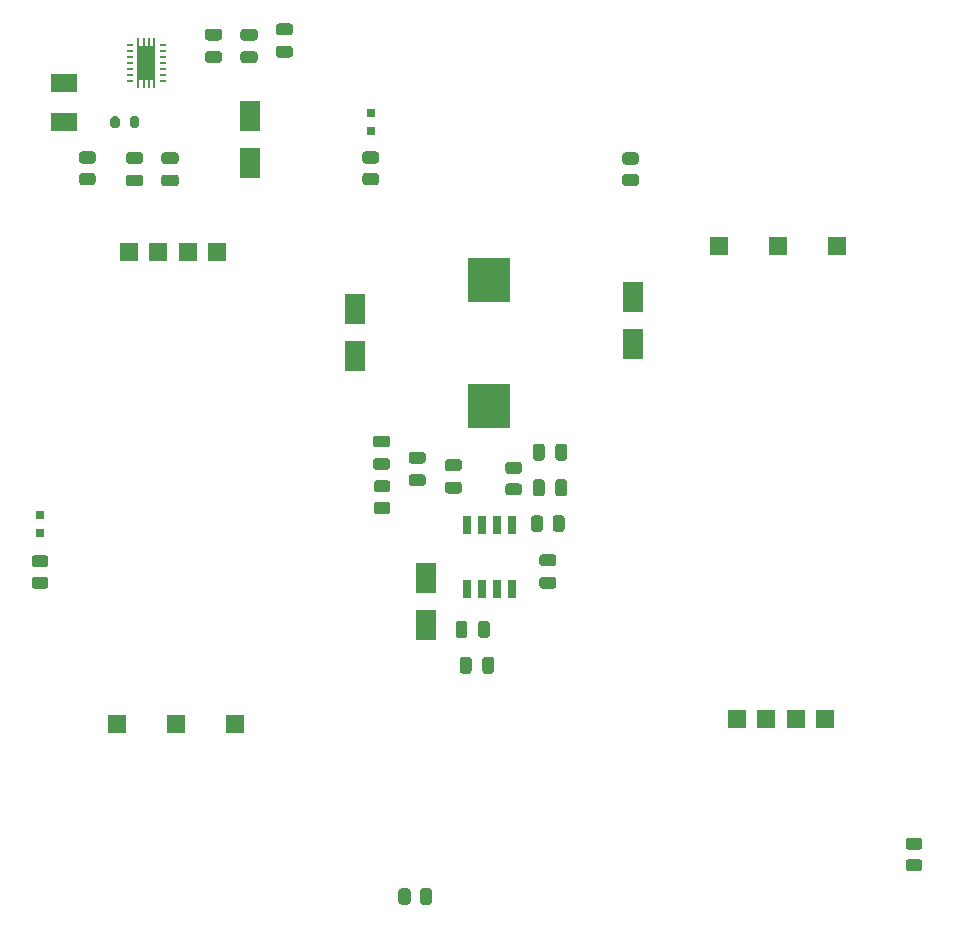
<source format=gbr>
G04 #@! TF.GenerationSoftware,KiCad,Pcbnew,(5.1.10)-1*
G04 #@! TF.CreationDate,2021-08-31T13:50:09-07:00*
G04 #@! TF.ProjectId,CI_ComPCB,43495f43-6f6d-4504-9342-2e6b69636164,rev?*
G04 #@! TF.SameCoordinates,Original*
G04 #@! TF.FileFunction,Paste,Top*
G04 #@! TF.FilePolarity,Positive*
%FSLAX46Y46*%
G04 Gerber Fmt 4.6, Leading zero omitted, Abs format (unit mm)*
G04 Created by KiCad (PCBNEW (5.1.10)-1) date 2021-08-31 13:50:09*
%MOMM*%
%LPD*%
G01*
G04 APERTURE LIST*
%ADD10R,0.650000X1.525000*%
%ADD11R,1.700000X2.500000*%
%ADD12R,2.300000X1.650000*%
%ADD13R,3.600000X3.700000*%
%ADD14R,0.200000X0.775000*%
%ADD15R,1.580000X2.850000*%
%ADD16O,0.600000X0.240000*%
%ADD17R,1.524000X1.524000*%
%ADD18R,0.800000X0.800000*%
G04 APERTURE END LIST*
G36*
G01*
X97550001Y-115787500D02*
X96649999Y-115787500D01*
G75*
G02*
X96400000Y-115537501I0J249999D01*
G01*
X96400000Y-115012499D01*
G75*
G02*
X96649999Y-114762500I249999J0D01*
G01*
X97550001Y-114762500D01*
G75*
G02*
X97800000Y-115012499I0J-249999D01*
G01*
X97800000Y-115537501D01*
G75*
G02*
X97550001Y-115787500I-249999J0D01*
G01*
G37*
G36*
G01*
X97550001Y-117612500D02*
X96649999Y-117612500D01*
G75*
G02*
X96400000Y-117362501I0J249999D01*
G01*
X96400000Y-116837499D01*
G75*
G02*
X96649999Y-116587500I249999J0D01*
G01*
X97550001Y-116587500D01*
G75*
G02*
X97800000Y-116837499I0J-249999D01*
G01*
X97800000Y-117362501D01*
G75*
G02*
X97550001Y-117612500I-249999J0D01*
G01*
G37*
D10*
X93195000Y-120088000D03*
X94465000Y-120088000D03*
X95735000Y-120088000D03*
X97005000Y-120088000D03*
X97005000Y-125512000D03*
X95735000Y-125512000D03*
X94465000Y-125512000D03*
X93195000Y-125512000D03*
D11*
X89700000Y-128600000D03*
X89700000Y-124600000D03*
X83700000Y-101800000D03*
X83700000Y-105800000D03*
X74800000Y-89500000D03*
X74800000Y-85500000D03*
X107200000Y-104800000D03*
X107200000Y-100800000D03*
G36*
G01*
X88372500Y-151119998D02*
X88372500Y-152020002D01*
G75*
G02*
X88122502Y-152270000I-249998J0D01*
G01*
X87597498Y-152270000D01*
G75*
G02*
X87347500Y-152020002I0J249998D01*
G01*
X87347500Y-151119998D01*
G75*
G02*
X87597498Y-150870000I249998J0D01*
G01*
X88122502Y-150870000D01*
G75*
G02*
X88372500Y-151119998I0J-249998D01*
G01*
G37*
G36*
G01*
X90197500Y-151119998D02*
X90197500Y-152020002D01*
G75*
G02*
X89947502Y-152270000I-249998J0D01*
G01*
X89422498Y-152270000D01*
G75*
G02*
X89172500Y-152020002I0J249998D01*
G01*
X89172500Y-151119998D01*
G75*
G02*
X89422498Y-150870000I249998J0D01*
G01*
X89947502Y-150870000D01*
G75*
G02*
X90197500Y-151119998I0J-249998D01*
G01*
G37*
D12*
X59000000Y-86000000D03*
X59000000Y-82700000D03*
G36*
G01*
X99600000Y-119549998D02*
X99600000Y-120450002D01*
G75*
G02*
X99350002Y-120700000I-249998J0D01*
G01*
X98824998Y-120700000D01*
G75*
G02*
X98575000Y-120450002I0J249998D01*
G01*
X98575000Y-119549998D01*
G75*
G02*
X98824998Y-119300000I249998J0D01*
G01*
X99350002Y-119300000D01*
G75*
G02*
X99600000Y-119549998I0J-249998D01*
G01*
G37*
G36*
G01*
X101425000Y-119549998D02*
X101425000Y-120450002D01*
G75*
G02*
X101175002Y-120700000I-249998J0D01*
G01*
X100649998Y-120700000D01*
G75*
G02*
X100400000Y-120450002I0J249998D01*
G01*
X100400000Y-119549998D01*
G75*
G02*
X100649998Y-119300000I249998J0D01*
G01*
X101175002Y-119300000D01*
G75*
G02*
X101425000Y-119549998I0J-249998D01*
G01*
G37*
G36*
G01*
X85509998Y-118160000D02*
X86410002Y-118160000D01*
G75*
G02*
X86660000Y-118409998I0J-249998D01*
G01*
X86660000Y-118935002D01*
G75*
G02*
X86410002Y-119185000I-249998J0D01*
G01*
X85509998Y-119185000D01*
G75*
G02*
X85260000Y-118935002I0J249998D01*
G01*
X85260000Y-118409998D01*
G75*
G02*
X85509998Y-118160000I249998J0D01*
G01*
G37*
G36*
G01*
X85509998Y-116335000D02*
X86410002Y-116335000D01*
G75*
G02*
X86660000Y-116584998I0J-249998D01*
G01*
X86660000Y-117110002D01*
G75*
G02*
X86410002Y-117360000I-249998J0D01*
G01*
X85509998Y-117360000D01*
G75*
G02*
X85260000Y-117110002I0J249998D01*
G01*
X85260000Y-116584998D01*
G75*
G02*
X85509998Y-116335000I249998J0D01*
G01*
G37*
G36*
G01*
X60549998Y-90312500D02*
X61450002Y-90312500D01*
G75*
G02*
X61700000Y-90562498I0J-249998D01*
G01*
X61700000Y-91087502D01*
G75*
G02*
X61450002Y-91337500I-249998J0D01*
G01*
X60549998Y-91337500D01*
G75*
G02*
X60300000Y-91087502I0J249998D01*
G01*
X60300000Y-90562498D01*
G75*
G02*
X60549998Y-90312500I249998J0D01*
G01*
G37*
G36*
G01*
X60549998Y-88487500D02*
X61450002Y-88487500D01*
G75*
G02*
X61700000Y-88737498I0J-249998D01*
G01*
X61700000Y-89262502D01*
G75*
G02*
X61450002Y-89512500I-249998J0D01*
G01*
X60549998Y-89512500D01*
G75*
G02*
X60300000Y-89262502I0J249998D01*
G01*
X60300000Y-88737498D01*
G75*
G02*
X60549998Y-88487500I249998J0D01*
G01*
G37*
G36*
G01*
X64600000Y-86275000D02*
X64600000Y-85725000D01*
G75*
G02*
X64800000Y-85525000I200000J0D01*
G01*
X65200000Y-85525000D01*
G75*
G02*
X65400000Y-85725000I0J-200000D01*
G01*
X65400000Y-86275000D01*
G75*
G02*
X65200000Y-86475000I-200000J0D01*
G01*
X64800000Y-86475000D01*
G75*
G02*
X64600000Y-86275000I0J200000D01*
G01*
G37*
G36*
G01*
X62950000Y-86275000D02*
X62950000Y-85725000D01*
G75*
G02*
X63150000Y-85525000I200000J0D01*
G01*
X63550000Y-85525000D01*
G75*
G02*
X63750000Y-85725000I0J-200000D01*
G01*
X63750000Y-86275000D01*
G75*
G02*
X63550000Y-86475000I-200000J0D01*
G01*
X63150000Y-86475000D01*
G75*
G02*
X62950000Y-86275000I0J200000D01*
G01*
G37*
D13*
X95000000Y-110000000D03*
X95000000Y-99400000D03*
D14*
X66690000Y-82813000D03*
X66230000Y-82813000D03*
X65770000Y-82813000D03*
X65310000Y-82813000D03*
X65310000Y-79187000D03*
X65770000Y-79187000D03*
X66230000Y-79187000D03*
X66690000Y-79187000D03*
D15*
X66000000Y-81000000D03*
D16*
X67400000Y-79500000D03*
X67400000Y-80000000D03*
X67400000Y-80500000D03*
X67400000Y-81000000D03*
X67400000Y-81500000D03*
X67400000Y-82000000D03*
X67400000Y-82500000D03*
X64600000Y-82500000D03*
X64600000Y-82000000D03*
X64600000Y-81500000D03*
X64600000Y-81000000D03*
X64600000Y-80500000D03*
X64600000Y-80000000D03*
X64600000Y-79500000D03*
G36*
G01*
X99730000Y-116485000D02*
X99730000Y-117435000D01*
G75*
G02*
X99480000Y-117685000I-250000J0D01*
G01*
X98980000Y-117685000D01*
G75*
G02*
X98730000Y-117435000I0J250000D01*
G01*
X98730000Y-116485000D01*
G75*
G02*
X98980000Y-116235000I250000J0D01*
G01*
X99480000Y-116235000D01*
G75*
G02*
X99730000Y-116485000I0J-250000D01*
G01*
G37*
G36*
G01*
X101630000Y-116485000D02*
X101630000Y-117435000D01*
G75*
G02*
X101380000Y-117685000I-250000J0D01*
G01*
X100880000Y-117685000D01*
G75*
G02*
X100630000Y-117435000I0J250000D01*
G01*
X100630000Y-116485000D01*
G75*
G02*
X100880000Y-116235000I250000J0D01*
G01*
X101380000Y-116235000D01*
G75*
G02*
X101630000Y-116485000I0J-250000D01*
G01*
G37*
G36*
G01*
X88465000Y-115820000D02*
X89415000Y-115820000D01*
G75*
G02*
X89665000Y-116070000I0J-250000D01*
G01*
X89665000Y-116570000D01*
G75*
G02*
X89415000Y-116820000I-250000J0D01*
G01*
X88465000Y-116820000D01*
G75*
G02*
X88215000Y-116570000I0J250000D01*
G01*
X88215000Y-116070000D01*
G75*
G02*
X88465000Y-115820000I250000J0D01*
G01*
G37*
G36*
G01*
X88465000Y-113920000D02*
X89415000Y-113920000D01*
G75*
G02*
X89665000Y-114170000I0J-250000D01*
G01*
X89665000Y-114670000D01*
G75*
G02*
X89415000Y-114920000I-250000J0D01*
G01*
X88465000Y-114920000D01*
G75*
G02*
X88215000Y-114670000I0J250000D01*
G01*
X88215000Y-114170000D01*
G75*
G02*
X88465000Y-113920000I250000J0D01*
G01*
G37*
G36*
G01*
X99730000Y-113475000D02*
X99730000Y-114425000D01*
G75*
G02*
X99480000Y-114675000I-250000J0D01*
G01*
X98980000Y-114675000D01*
G75*
G02*
X98730000Y-114425000I0J250000D01*
G01*
X98730000Y-113475000D01*
G75*
G02*
X98980000Y-113225000I250000J0D01*
G01*
X99480000Y-113225000D01*
G75*
G02*
X99730000Y-113475000I0J-250000D01*
G01*
G37*
G36*
G01*
X101630000Y-113475000D02*
X101630000Y-114425000D01*
G75*
G02*
X101380000Y-114675000I-250000J0D01*
G01*
X100880000Y-114675000D01*
G75*
G02*
X100630000Y-114425000I0J250000D01*
G01*
X100630000Y-113475000D01*
G75*
G02*
X100880000Y-113225000I250000J0D01*
G01*
X101380000Y-113225000D01*
G75*
G02*
X101630000Y-113475000I0J-250000D01*
G01*
G37*
G36*
G01*
X85435000Y-114450000D02*
X86385000Y-114450000D01*
G75*
G02*
X86635000Y-114700000I0J-250000D01*
G01*
X86635000Y-115200000D01*
G75*
G02*
X86385000Y-115450000I-250000J0D01*
G01*
X85435000Y-115450000D01*
G75*
G02*
X85185000Y-115200000I0J250000D01*
G01*
X85185000Y-114700000D01*
G75*
G02*
X85435000Y-114450000I250000J0D01*
G01*
G37*
G36*
G01*
X85435000Y-112550000D02*
X86385000Y-112550000D01*
G75*
G02*
X86635000Y-112800000I0J-250000D01*
G01*
X86635000Y-113300000D01*
G75*
G02*
X86385000Y-113550000I-250000J0D01*
G01*
X85435000Y-113550000D01*
G75*
G02*
X85185000Y-113300000I0J250000D01*
G01*
X85185000Y-112800000D01*
G75*
G02*
X85435000Y-112550000I250000J0D01*
G01*
G37*
G36*
G01*
X100475000Y-123600000D02*
X99525000Y-123600000D01*
G75*
G02*
X99275000Y-123350000I0J250000D01*
G01*
X99275000Y-122850000D01*
G75*
G02*
X99525000Y-122600000I250000J0D01*
G01*
X100475000Y-122600000D01*
G75*
G02*
X100725000Y-122850000I0J-250000D01*
G01*
X100725000Y-123350000D01*
G75*
G02*
X100475000Y-123600000I-250000J0D01*
G01*
G37*
G36*
G01*
X100475000Y-125500000D02*
X99525000Y-125500000D01*
G75*
G02*
X99275000Y-125250000I0J250000D01*
G01*
X99275000Y-124750000D01*
G75*
G02*
X99525000Y-124500000I250000J0D01*
G01*
X100475000Y-124500000D01*
G75*
G02*
X100725000Y-124750000I0J-250000D01*
G01*
X100725000Y-125250000D01*
G75*
G02*
X100475000Y-125500000I-250000J0D01*
G01*
G37*
G36*
G01*
X91525000Y-116450000D02*
X92475000Y-116450000D01*
G75*
G02*
X92725000Y-116700000I0J-250000D01*
G01*
X92725000Y-117200000D01*
G75*
G02*
X92475000Y-117450000I-250000J0D01*
G01*
X91525000Y-117450000D01*
G75*
G02*
X91275000Y-117200000I0J250000D01*
G01*
X91275000Y-116700000D01*
G75*
G02*
X91525000Y-116450000I250000J0D01*
G01*
G37*
G36*
G01*
X91525000Y-114550000D02*
X92475000Y-114550000D01*
G75*
G02*
X92725000Y-114800000I0J-250000D01*
G01*
X92725000Y-115300000D01*
G75*
G02*
X92475000Y-115550000I-250000J0D01*
G01*
X91525000Y-115550000D01*
G75*
G02*
X91275000Y-115300000I0J250000D01*
G01*
X91275000Y-114800000D01*
G75*
G02*
X91525000Y-114550000I250000J0D01*
G01*
G37*
G36*
G01*
X93180000Y-128485000D02*
X93180000Y-129435000D01*
G75*
G02*
X92930000Y-129685000I-250000J0D01*
G01*
X92430000Y-129685000D01*
G75*
G02*
X92180000Y-129435000I0J250000D01*
G01*
X92180000Y-128485000D01*
G75*
G02*
X92430000Y-128235000I250000J0D01*
G01*
X92930000Y-128235000D01*
G75*
G02*
X93180000Y-128485000I0J-250000D01*
G01*
G37*
G36*
G01*
X95080000Y-128485000D02*
X95080000Y-129435000D01*
G75*
G02*
X94830000Y-129685000I-250000J0D01*
G01*
X94330000Y-129685000D01*
G75*
G02*
X94080000Y-129435000I0J250000D01*
G01*
X94080000Y-128485000D01*
G75*
G02*
X94330000Y-128235000I250000J0D01*
G01*
X94830000Y-128235000D01*
G75*
G02*
X95080000Y-128485000I0J-250000D01*
G01*
G37*
G36*
G01*
X93550000Y-131525000D02*
X93550000Y-132475000D01*
G75*
G02*
X93300000Y-132725000I-250000J0D01*
G01*
X92800000Y-132725000D01*
G75*
G02*
X92550000Y-132475000I0J250000D01*
G01*
X92550000Y-131525000D01*
G75*
G02*
X92800000Y-131275000I250000J0D01*
G01*
X93300000Y-131275000D01*
G75*
G02*
X93550000Y-131525000I0J-250000D01*
G01*
G37*
G36*
G01*
X95450000Y-131525000D02*
X95450000Y-132475000D01*
G75*
G02*
X95200000Y-132725000I-250000J0D01*
G01*
X94700000Y-132725000D01*
G75*
G02*
X94450000Y-132475000I0J250000D01*
G01*
X94450000Y-131525000D01*
G75*
G02*
X94700000Y-131275000I250000J0D01*
G01*
X95200000Y-131275000D01*
G75*
G02*
X95450000Y-131525000I0J-250000D01*
G01*
G37*
G36*
G01*
X78165000Y-78650000D02*
X77215000Y-78650000D01*
G75*
G02*
X76965000Y-78400000I0J250000D01*
G01*
X76965000Y-77900000D01*
G75*
G02*
X77215000Y-77650000I250000J0D01*
G01*
X78165000Y-77650000D01*
G75*
G02*
X78415000Y-77900000I0J-250000D01*
G01*
X78415000Y-78400000D01*
G75*
G02*
X78165000Y-78650000I-250000J0D01*
G01*
G37*
G36*
G01*
X78165000Y-80550000D02*
X77215000Y-80550000D01*
G75*
G02*
X76965000Y-80300000I0J250000D01*
G01*
X76965000Y-79800000D01*
G75*
G02*
X77215000Y-79550000I250000J0D01*
G01*
X78165000Y-79550000D01*
G75*
G02*
X78415000Y-79800000I0J-250000D01*
G01*
X78415000Y-80300000D01*
G75*
G02*
X78165000Y-80550000I-250000J0D01*
G01*
G37*
G36*
G01*
X75175000Y-79100000D02*
X74225000Y-79100000D01*
G75*
G02*
X73975000Y-78850000I0J250000D01*
G01*
X73975000Y-78350000D01*
G75*
G02*
X74225000Y-78100000I250000J0D01*
G01*
X75175000Y-78100000D01*
G75*
G02*
X75425000Y-78350000I0J-250000D01*
G01*
X75425000Y-78850000D01*
G75*
G02*
X75175000Y-79100000I-250000J0D01*
G01*
G37*
G36*
G01*
X75175000Y-81000000D02*
X74225000Y-81000000D01*
G75*
G02*
X73975000Y-80750000I0J250000D01*
G01*
X73975000Y-80250000D01*
G75*
G02*
X74225000Y-80000000I250000J0D01*
G01*
X75175000Y-80000000D01*
G75*
G02*
X75425000Y-80250000I0J-250000D01*
G01*
X75425000Y-80750000D01*
G75*
G02*
X75175000Y-81000000I-250000J0D01*
G01*
G37*
G36*
G01*
X72165000Y-79100000D02*
X71215000Y-79100000D01*
G75*
G02*
X70965000Y-78850000I0J250000D01*
G01*
X70965000Y-78350000D01*
G75*
G02*
X71215000Y-78100000I250000J0D01*
G01*
X72165000Y-78100000D01*
G75*
G02*
X72415000Y-78350000I0J-250000D01*
G01*
X72415000Y-78850000D01*
G75*
G02*
X72165000Y-79100000I-250000J0D01*
G01*
G37*
G36*
G01*
X72165000Y-81000000D02*
X71215000Y-81000000D01*
G75*
G02*
X70965000Y-80750000I0J250000D01*
G01*
X70965000Y-80250000D01*
G75*
G02*
X71215000Y-80000000I250000J0D01*
G01*
X72165000Y-80000000D01*
G75*
G02*
X72415000Y-80250000I0J-250000D01*
G01*
X72415000Y-80750000D01*
G75*
G02*
X72165000Y-81000000I-250000J0D01*
G01*
G37*
G36*
G01*
X67535000Y-90450000D02*
X68485000Y-90450000D01*
G75*
G02*
X68735000Y-90700000I0J-250000D01*
G01*
X68735000Y-91200000D01*
G75*
G02*
X68485000Y-91450000I-250000J0D01*
G01*
X67535000Y-91450000D01*
G75*
G02*
X67285000Y-91200000I0J250000D01*
G01*
X67285000Y-90700000D01*
G75*
G02*
X67535000Y-90450000I250000J0D01*
G01*
G37*
G36*
G01*
X67535000Y-88550000D02*
X68485000Y-88550000D01*
G75*
G02*
X68735000Y-88800000I0J-250000D01*
G01*
X68735000Y-89300000D01*
G75*
G02*
X68485000Y-89550000I-250000J0D01*
G01*
X67535000Y-89550000D01*
G75*
G02*
X67285000Y-89300000I0J250000D01*
G01*
X67285000Y-88800000D01*
G75*
G02*
X67535000Y-88550000I250000J0D01*
G01*
G37*
G36*
G01*
X64525000Y-90450000D02*
X65475000Y-90450000D01*
G75*
G02*
X65725000Y-90700000I0J-250000D01*
G01*
X65725000Y-91200000D01*
G75*
G02*
X65475000Y-91450000I-250000J0D01*
G01*
X64525000Y-91450000D01*
G75*
G02*
X64275000Y-91200000I0J250000D01*
G01*
X64275000Y-90700000D01*
G75*
G02*
X64525000Y-90450000I250000J0D01*
G01*
G37*
G36*
G01*
X64525000Y-88550000D02*
X65475000Y-88550000D01*
G75*
G02*
X65725000Y-88800000I0J-250000D01*
G01*
X65725000Y-89300000D01*
G75*
G02*
X65475000Y-89550000I-250000J0D01*
G01*
X64525000Y-89550000D01*
G75*
G02*
X64275000Y-89300000I0J250000D01*
G01*
X64275000Y-88800000D01*
G75*
G02*
X64525000Y-88550000I250000J0D01*
G01*
G37*
D17*
X72000000Y-97000000D03*
X69500000Y-97000000D03*
X67000000Y-97000000D03*
X64500000Y-97000000D03*
X73500000Y-137000000D03*
X68500000Y-137000000D03*
X63500000Y-137000000D03*
X116000000Y-136500000D03*
X118500000Y-136500000D03*
X121000000Y-136500000D03*
X123500000Y-136500000D03*
X114500000Y-96500000D03*
X119500000Y-96500000D03*
X124500000Y-96500000D03*
G36*
G01*
X130549998Y-148400000D02*
X131450002Y-148400000D01*
G75*
G02*
X131700000Y-148649998I0J-249998D01*
G01*
X131700000Y-149175002D01*
G75*
G02*
X131450002Y-149425000I-249998J0D01*
G01*
X130549998Y-149425000D01*
G75*
G02*
X130300000Y-149175002I0J249998D01*
G01*
X130300000Y-148649998D01*
G75*
G02*
X130549998Y-148400000I249998J0D01*
G01*
G37*
G36*
G01*
X130549998Y-146575000D02*
X131450002Y-146575000D01*
G75*
G02*
X131700000Y-146824998I0J-249998D01*
G01*
X131700000Y-147350002D01*
G75*
G02*
X131450002Y-147600000I-249998J0D01*
G01*
X130549998Y-147600000D01*
G75*
G02*
X130300000Y-147350002I0J249998D01*
G01*
X130300000Y-146824998D01*
G75*
G02*
X130549998Y-146575000I249998J0D01*
G01*
G37*
G36*
G01*
X107450002Y-89600000D02*
X106549998Y-89600000D01*
G75*
G02*
X106300000Y-89350002I0J249998D01*
G01*
X106300000Y-88824998D01*
G75*
G02*
X106549998Y-88575000I249998J0D01*
G01*
X107450002Y-88575000D01*
G75*
G02*
X107700000Y-88824998I0J-249998D01*
G01*
X107700000Y-89350002D01*
G75*
G02*
X107450002Y-89600000I-249998J0D01*
G01*
G37*
G36*
G01*
X107450002Y-91425000D02*
X106549998Y-91425000D01*
G75*
G02*
X106300000Y-91175002I0J249998D01*
G01*
X106300000Y-90649998D01*
G75*
G02*
X106549998Y-90400000I249998J0D01*
G01*
X107450002Y-90400000D01*
G75*
G02*
X107700000Y-90649998I0J-249998D01*
G01*
X107700000Y-91175002D01*
G75*
G02*
X107450002Y-91425000I-249998J0D01*
G01*
G37*
G36*
G01*
X56549998Y-124488000D02*
X57450002Y-124488000D01*
G75*
G02*
X57700000Y-124737998I0J-249998D01*
G01*
X57700000Y-125263002D01*
G75*
G02*
X57450002Y-125513000I-249998J0D01*
G01*
X56549998Y-125513000D01*
G75*
G02*
X56300000Y-125263002I0J249998D01*
G01*
X56300000Y-124737998D01*
G75*
G02*
X56549998Y-124488000I249998J0D01*
G01*
G37*
G36*
G01*
X56549998Y-122663000D02*
X57450002Y-122663000D01*
G75*
G02*
X57700000Y-122912998I0J-249998D01*
G01*
X57700000Y-123438002D01*
G75*
G02*
X57450002Y-123688000I-249998J0D01*
G01*
X56549998Y-123688000D01*
G75*
G02*
X56300000Y-123438002I0J249998D01*
G01*
X56300000Y-122912998D01*
G75*
G02*
X56549998Y-122663000I249998J0D01*
G01*
G37*
D18*
X57000000Y-119250000D03*
X57000000Y-120750000D03*
G36*
G01*
X84549998Y-90312500D02*
X85450002Y-90312500D01*
G75*
G02*
X85700000Y-90562498I0J-249998D01*
G01*
X85700000Y-91087502D01*
G75*
G02*
X85450002Y-91337500I-249998J0D01*
G01*
X84549998Y-91337500D01*
G75*
G02*
X84300000Y-91087502I0J249998D01*
G01*
X84300000Y-90562498D01*
G75*
G02*
X84549998Y-90312500I249998J0D01*
G01*
G37*
G36*
G01*
X84549998Y-88487500D02*
X85450002Y-88487500D01*
G75*
G02*
X85700000Y-88737498I0J-249998D01*
G01*
X85700000Y-89262502D01*
G75*
G02*
X85450002Y-89512500I-249998J0D01*
G01*
X84549998Y-89512500D01*
G75*
G02*
X84300000Y-89262502I0J249998D01*
G01*
X84300000Y-88737498D01*
G75*
G02*
X84549998Y-88487500I249998J0D01*
G01*
G37*
X85000000Y-85250000D03*
X85000000Y-86750000D03*
M02*

</source>
